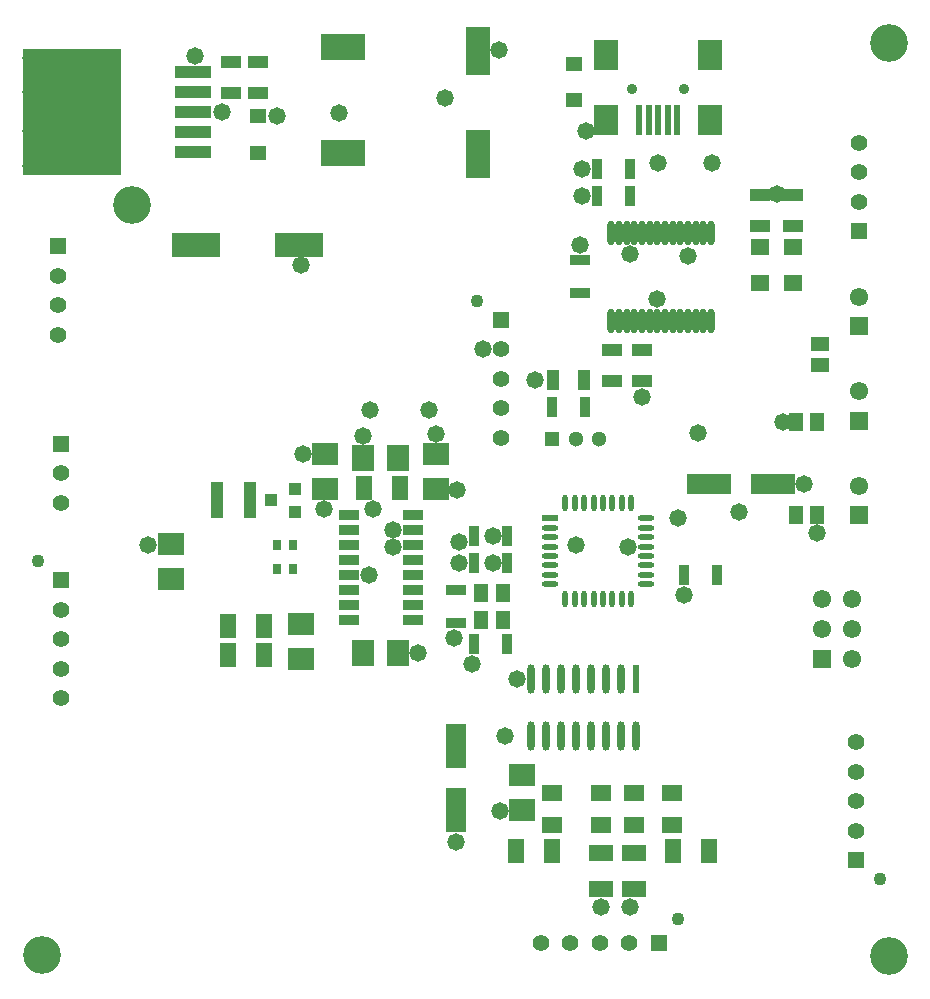
<source format=gts>
G04*
G04 #@! TF.GenerationSoftware,Altium Limited,Altium Designer,22.5.1 (42)*
G04*
G04 Layer_Color=8388736*
%FSLAX44Y44*%
%MOMM*%
G71*
G04*
G04 #@! TF.SameCoordinates,D36B5827-C087-4E08-AA9B-A7BE46811C41*
G04*
G04*
G04 #@! TF.FilePolarity,Negative*
G04*
G01*
G75*
%ADD18R,0.5000X2.5000*%
%ADD19R,2.0000X2.5000*%
%ADD22R,1.4000X1.2000*%
%ADD25R,1.7000X0.9500*%
%ADD26R,2.0000X4.1000*%
G04:AMPARAMS|DCode=28|XSize=0.4858mm|YSize=1.4044mm|CornerRadius=0.2429mm|HoleSize=0mm|Usage=FLASHONLY|Rotation=0.000|XOffset=0mm|YOffset=0mm|HoleType=Round|Shape=RoundedRectangle|*
%AMROUNDEDRECTD28*
21,1,0.4858,0.9186,0,0,0.0*
21,1,0.0000,1.4044,0,0,0.0*
1,1,0.4858,0.0000,-0.4593*
1,1,0.4858,0.0000,-0.4593*
1,1,0.4858,0.0000,0.4593*
1,1,0.4858,0.0000,0.4593*
%
%ADD28ROUNDEDRECTD28*%
G04:AMPARAMS|DCode=29|XSize=1.4044mm|YSize=0.4858mm|CornerRadius=0.2429mm|HoleSize=0mm|Usage=FLASHONLY|Rotation=0.000|XOffset=0mm|YOffset=0mm|HoleType=Round|Shape=RoundedRectangle|*
%AMROUNDEDRECTD29*
21,1,1.4044,0.0000,0,0,0.0*
21,1,0.9186,0.4858,0,0,0.0*
1,1,0.4858,0.4593,0.0000*
1,1,0.4858,-0.4593,0.0000*
1,1,0.4858,-0.4593,0.0000*
1,1,0.4858,0.4593,0.0000*
%
%ADD29ROUNDEDRECTD29*%
%ADD30R,1.4044X0.4858*%
%ADD34R,0.6587X0.8121*%
%ADD35R,1.0200X3.0200*%
%ADD37R,1.5000X1.4000*%
%ADD40R,0.9500X1.7000*%
G04:AMPARAMS|DCode=45|XSize=2.4741mm|YSize=0.6221mm|CornerRadius=0.3111mm|HoleSize=0mm|Usage=FLASHONLY|Rotation=270.000|XOffset=0mm|YOffset=0mm|HoleType=Round|Shape=RoundedRectangle|*
%AMROUNDEDRECTD45*
21,1,2.4741,0.0000,0,0,270.0*
21,1,1.8519,0.6221,0,0,270.0*
1,1,0.6221,0.0000,-0.9260*
1,1,0.6221,0.0000,0.9260*
1,1,0.6221,0.0000,0.9260*
1,1,0.6221,0.0000,-0.9260*
%
%ADD45ROUNDEDRECTD45*%
%ADD46R,0.6221X2.4741*%
%ADD47R,8.3800X10.6600*%
%ADD48R,3.0500X1.0160*%
%ADD49R,4.1000X2.0000*%
%ADD50R,1.5532X1.2032*%
%ADD51R,3.7032X1.8032*%
%ADD52R,3.7032X2.2032*%
%ADD53O,0.6532X2.0532*%
%ADD54R,1.7532X1.1032*%
%ADD55R,1.3032X1.5032*%
%ADD56R,1.8032X3.7032*%
%ADD57R,2.2032X1.8532*%
%ADD58R,1.1032X1.0032*%
%ADD59R,1.4532X2.0032*%
%ADD60R,1.7282X0.9032*%
%ADD61R,1.8532X2.2032*%
%ADD62R,1.2032X1.5532*%
%ADD63R,1.1032X1.7532*%
%ADD64R,2.0032X1.4532*%
%ADD65R,1.7032X1.4032*%
%ADD66C,1.5500*%
%ADD67R,1.5500X1.5500*%
%ADD68C,0.9000*%
%ADD69R,1.4000X1.4000*%
%ADD70C,1.4000*%
%ADD71C,1.1000*%
%ADD72C,1.3000*%
%ADD73R,1.3000X1.3000*%
%ADD74R,1.4000X1.4000*%
%ADD75C,1.4732*%
%ADD76C,3.2004*%
D18*
X1207010Y1177910D02*
D03*
X1215010D02*
D03*
X1223010D02*
D03*
X1231010D02*
D03*
X1239010D02*
D03*
D19*
X1179010D02*
D03*
X1267010D02*
D03*
X1179010Y1232910D02*
D03*
X1267010D02*
D03*
D22*
X1151890Y1194810D02*
D03*
Y1225810D02*
D03*
X883920Y1181360D02*
D03*
Y1150360D02*
D03*
D25*
X1156970Y1031210D02*
D03*
Y1059210D02*
D03*
X1051560Y751810D02*
D03*
Y779810D02*
D03*
D26*
X1070610Y1149030D02*
D03*
Y1236030D02*
D03*
D28*
X1144210Y853553D02*
D03*
X1152210D02*
D03*
X1160210D02*
D03*
X1168210D02*
D03*
X1176210D02*
D03*
X1184210D02*
D03*
X1192210D02*
D03*
X1200210D02*
D03*
Y772047D02*
D03*
X1192210D02*
D03*
X1184210D02*
D03*
X1176210D02*
D03*
X1168210D02*
D03*
X1160210D02*
D03*
X1152210D02*
D03*
X1144210D02*
D03*
D29*
X1212963Y840800D02*
D03*
Y832800D02*
D03*
Y824800D02*
D03*
Y816800D02*
D03*
Y808800D02*
D03*
Y800800D02*
D03*
Y792800D02*
D03*
Y784800D02*
D03*
X1131457D02*
D03*
Y792800D02*
D03*
Y800800D02*
D03*
Y808800D02*
D03*
Y816800D02*
D03*
Y824800D02*
D03*
Y832800D02*
D03*
D30*
Y840800D02*
D03*
D34*
X900013Y817880D02*
D03*
X913547D02*
D03*
X900013Y797560D02*
D03*
X913547D02*
D03*
D35*
X877600Y855980D02*
D03*
X849600D02*
D03*
D37*
X1309370Y1070370D02*
D03*
Y1040370D02*
D03*
X1337310Y1070370D02*
D03*
Y1040370D02*
D03*
D40*
X1198910Y1113790D02*
D03*
X1170910D02*
D03*
X1198910Y1136650D02*
D03*
X1170910D02*
D03*
X1066770Y802640D02*
D03*
X1094770D02*
D03*
X1066770Y825500D02*
D03*
X1094770D02*
D03*
X1272570Y792480D02*
D03*
X1244570D02*
D03*
X1132810Y934720D02*
D03*
X1160810D02*
D03*
X1066770Y734060D02*
D03*
X1094770D02*
D03*
D45*
X1203960Y656559D02*
D03*
X1191260D02*
D03*
X1178560D02*
D03*
X1165860D02*
D03*
X1153160D02*
D03*
X1140460D02*
D03*
X1127760D02*
D03*
X1115060D02*
D03*
Y704881D02*
D03*
X1127760D02*
D03*
X1140460D02*
D03*
X1153160D02*
D03*
X1165860D02*
D03*
X1178560D02*
D03*
X1191260D02*
D03*
D46*
X1203960D02*
D03*
D47*
X726340Y1184910D02*
D03*
D48*
X829390Y1218950D02*
D03*
Y1201930D02*
D03*
Y1184910D02*
D03*
Y1167890D02*
D03*
Y1150870D02*
D03*
D49*
X831530Y1071880D02*
D03*
X918530D02*
D03*
D50*
X1360170Y988170D02*
D03*
Y970170D02*
D03*
D51*
X1265860Y869950D02*
D03*
X1319860D02*
D03*
D52*
X956310Y1240070D02*
D03*
Y1150070D02*
D03*
D53*
X1183300Y1007960D02*
D03*
X1189800D02*
D03*
X1196300D02*
D03*
X1202800D02*
D03*
X1209300D02*
D03*
X1215800D02*
D03*
X1222300D02*
D03*
X1228800D02*
D03*
X1235300D02*
D03*
X1241800D02*
D03*
X1248300D02*
D03*
X1254800D02*
D03*
X1261300D02*
D03*
X1267800D02*
D03*
X1183300Y1082460D02*
D03*
X1189800D02*
D03*
X1196300D02*
D03*
X1202800D02*
D03*
X1209300D02*
D03*
X1215800D02*
D03*
X1222300D02*
D03*
X1228800D02*
D03*
X1235300D02*
D03*
X1241800D02*
D03*
X1248300D02*
D03*
X1254800D02*
D03*
X1261300D02*
D03*
X1267800D02*
D03*
D54*
X1183640Y983530D02*
D03*
Y957030D02*
D03*
X1209040Y983530D02*
D03*
Y957030D02*
D03*
X1309370Y1087840D02*
D03*
Y1114340D02*
D03*
X1337310Y1087840D02*
D03*
Y1114340D02*
D03*
X883920Y1200870D02*
D03*
Y1227370D02*
D03*
X861060Y1227370D02*
D03*
Y1200870D02*
D03*
D55*
X1072540Y777310D02*
D03*
Y754310D02*
D03*
X1091540D02*
D03*
Y777310D02*
D03*
D56*
X1051560Y648030D02*
D03*
Y594030D02*
D03*
D57*
X1107440Y623080D02*
D03*
Y593580D02*
D03*
X810260Y789160D02*
D03*
Y818660D02*
D03*
X920750Y751350D02*
D03*
Y721850D02*
D03*
X941070Y865360D02*
D03*
Y894860D02*
D03*
X1035050Y865360D02*
D03*
Y894860D02*
D03*
D58*
X915510Y846480D02*
D03*
Y865480D02*
D03*
X895510Y855980D02*
D03*
D59*
X974080Y866140D02*
D03*
X1004580D02*
D03*
X858510Y749300D02*
D03*
X889010D02*
D03*
X858510Y725170D02*
D03*
X889010D02*
D03*
X1132850Y558800D02*
D03*
X1102350D02*
D03*
X1235700D02*
D03*
X1266200D02*
D03*
D60*
X961390Y843280D02*
D03*
Y830580D02*
D03*
Y817880D02*
D03*
Y805180D02*
D03*
Y792480D02*
D03*
Y779780D02*
D03*
Y767080D02*
D03*
Y754380D02*
D03*
X1015630D02*
D03*
Y767080D02*
D03*
Y779780D02*
D03*
Y792480D02*
D03*
Y805180D02*
D03*
Y817880D02*
D03*
Y830580D02*
D03*
Y843280D02*
D03*
D61*
X1002810Y726440D02*
D03*
X973310D02*
D03*
X1002810Y891540D02*
D03*
X973310D02*
D03*
D62*
X1357740Y922020D02*
D03*
X1339740D02*
D03*
X1357740Y843280D02*
D03*
X1339740D02*
D03*
D63*
X1133560Y957580D02*
D03*
X1160060D02*
D03*
D64*
X1174750Y557540D02*
D03*
Y527040D02*
D03*
X1202690Y557540D02*
D03*
Y527040D02*
D03*
D65*
X1132840Y607860D02*
D03*
Y580860D02*
D03*
X1174750Y607860D02*
D03*
Y580860D02*
D03*
X1202690Y607860D02*
D03*
Y580860D02*
D03*
X1234440Y607860D02*
D03*
Y580860D02*
D03*
D66*
X1386840Y772160D02*
D03*
Y746760D02*
D03*
Y721360D02*
D03*
X1361440Y772160D02*
D03*
Y746760D02*
D03*
X1393020Y1028500D02*
D03*
Y948490D02*
D03*
Y868480D02*
D03*
D67*
X1361440Y721360D02*
D03*
X1393020Y1003500D02*
D03*
Y923490D02*
D03*
Y843480D02*
D03*
D68*
X1201010Y1203910D02*
D03*
X1245010D02*
D03*
D69*
X715010Y1071080D02*
D03*
X1393020Y1083910D02*
D03*
X717550Y788270D02*
D03*
Y903840D02*
D03*
X1089830Y1008850D02*
D03*
X1390650Y551110D02*
D03*
D70*
X715010Y1046080D02*
D03*
Y1021080D02*
D03*
Y996080D02*
D03*
X1393020Y1108910D02*
D03*
Y1133910D02*
D03*
Y1158910D02*
D03*
X717550Y688270D02*
D03*
Y713270D02*
D03*
Y738270D02*
D03*
Y763270D02*
D03*
Y853840D02*
D03*
Y878840D02*
D03*
X1089830Y908850D02*
D03*
Y933850D02*
D03*
Y958850D02*
D03*
Y983850D02*
D03*
X1390650Y651110D02*
D03*
Y626110D02*
D03*
Y601110D02*
D03*
Y576110D02*
D03*
X1123480Y481160D02*
D03*
X1148480D02*
D03*
X1173480D02*
D03*
X1198480D02*
D03*
D71*
X697550Y804270D02*
D03*
X1069830Y1024850D02*
D03*
X1410650Y535110D02*
D03*
X1239480Y501160D02*
D03*
D72*
X1173160Y908050D02*
D03*
X1153160D02*
D03*
D73*
X1133160D02*
D03*
D74*
X1223480Y481160D02*
D03*
D75*
X952500Y1183640D02*
D03*
X1328420Y922020D02*
D03*
X979170Y932180D02*
D03*
X1028700D02*
D03*
X1035050Y911860D02*
D03*
X1052830Y864870D02*
D03*
X760730Y1139190D02*
D03*
Y1168400D02*
D03*
Y1201420D02*
D03*
Y1230630D02*
D03*
X737870Y1139190D02*
D03*
Y1168400D02*
D03*
Y1201420D02*
D03*
Y1230630D02*
D03*
X715010Y1139190D02*
D03*
Y1168400D02*
D03*
Y1201420D02*
D03*
Y1230630D02*
D03*
X692150Y1201420D02*
D03*
Y1230630D02*
D03*
Y1168400D02*
D03*
Y1139190D02*
D03*
X1198880Y511810D02*
D03*
X1174750D02*
D03*
X1158240Y1113790D02*
D03*
Y1136650D02*
D03*
X1162050Y1168400D02*
D03*
X1042670Y1196340D02*
D03*
X900430Y1181100D02*
D03*
X853440Y1184910D02*
D03*
X1088390Y1236980D02*
D03*
X830580Y1231900D02*
D03*
X920750Y1055370D02*
D03*
X1268730Y1141730D02*
D03*
X1223010D02*
D03*
X1093470Y656590D02*
D03*
X1103630Y704850D02*
D03*
X1239520Y840740D02*
D03*
X1346200Y869950D02*
D03*
X1244600Y775970D02*
D03*
X1083310Y802640D02*
D03*
Y825500D02*
D03*
X1074420Y984250D02*
D03*
X972820Y910590D02*
D03*
X922020Y895350D02*
D03*
X939800Y848360D02*
D03*
X1118870Y957580D02*
D03*
X1088644Y593090D02*
D03*
X1323340Y1115060D02*
D03*
X1291590Y845820D02*
D03*
X1256555Y913130D02*
D03*
X1054100Y802640D02*
D03*
Y820420D02*
D03*
X791210Y817880D02*
D03*
X1221740Y1026160D02*
D03*
X1156970Y1071880D02*
D03*
X1198880Y1064260D02*
D03*
X1248410Y1062990D02*
D03*
X1197610Y816610D02*
D03*
X1153160Y817880D02*
D03*
X981710Y848360D02*
D03*
X977900Y792480D02*
D03*
X998220Y816610D02*
D03*
Y830580D02*
D03*
X1019810Y726440D02*
D03*
X1065530Y717550D02*
D03*
X1050290Y739140D02*
D03*
X1051560Y566420D02*
D03*
X1209040Y943610D02*
D03*
X1357630Y828040D02*
D03*
D76*
X1418590Y469900D02*
D03*
X701040Y471170D02*
D03*
X777240Y1106170D02*
D03*
X1418590Y1243330D02*
D03*
M02*

</source>
